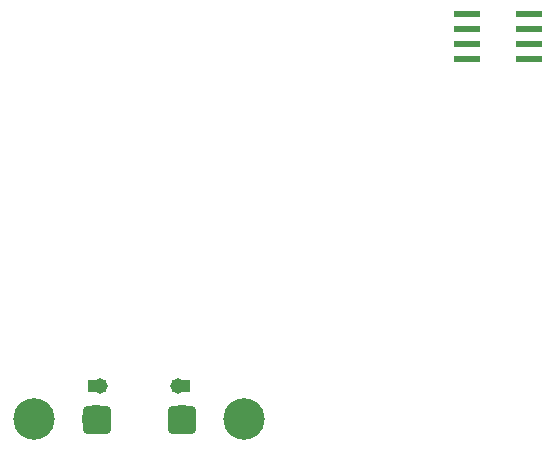
<source format=gtp>
G04 MADE WITH FRITZING*
G04 WWW.FRITZING.ORG*
G04 DOUBLE SIDED*
G04 HOLES PLATED*
G04 CONTOUR ON CENTER OF CONTOUR VECTOR*
%ASAXBY*%
%FSLAX23Y23*%
%MOIN*%
%OFA0B0*%
%SFA1.0B1.0*%
%ADD10C,0.138425*%
%ADD11C,0.095000*%
%ADD12C,0.051496*%
%ADD13R,0.087000X0.024000*%
%ADD14C,0.029783*%
%ADD15R,0.001000X0.001000*%
%LNPASTEMASK1*%
G90*
G70*
G54D10*
X1448Y157D03*
G54D11*
X956Y158D03*
G54D12*
X968Y268D03*
G54D10*
X748Y157D03*
G54D12*
X1228Y268D03*
G54D11*
X1240Y158D03*
G54D13*
X2192Y1507D03*
X2192Y1457D03*
X2192Y1407D03*
X2192Y1357D03*
X2398Y1357D03*
X2398Y1407D03*
X2398Y1457D03*
X2398Y1507D03*
G54D14*
X924Y190D02*
X989Y190D01*
X989Y125D01*
X924Y125D01*
X924Y190D01*
D02*
X1207Y190D02*
X1273Y190D01*
X1273Y125D01*
X1207Y125D01*
X1207Y190D01*
D02*
G54D15*
X927Y288D02*
X961Y288D01*
X974Y288D02*
X988Y288D01*
X1207Y288D02*
X1221Y288D01*
X1234Y288D02*
X1268Y288D01*
X927Y287D02*
X958Y287D01*
X977Y287D02*
X988Y287D01*
X1207Y287D02*
X1218Y287D01*
X1237Y287D02*
X1268Y287D01*
X927Y286D02*
X957Y286D01*
X979Y286D02*
X988Y286D01*
X1207Y286D02*
X1216Y286D01*
X1239Y286D02*
X1268Y286D01*
X927Y285D02*
X955Y285D01*
X980Y285D02*
X988Y285D01*
X1207Y285D02*
X1215Y285D01*
X1240Y285D02*
X1268Y285D01*
X927Y284D02*
X954Y284D01*
X981Y284D02*
X988Y284D01*
X1207Y284D02*
X1214Y284D01*
X1241Y284D02*
X1268Y284D01*
X927Y283D02*
X953Y283D01*
X983Y283D02*
X988Y283D01*
X1207Y283D02*
X1212Y283D01*
X1242Y283D02*
X1268Y283D01*
X927Y282D02*
X952Y282D01*
X984Y282D02*
X988Y282D01*
X1207Y282D02*
X1212Y282D01*
X1243Y282D02*
X1268Y282D01*
X927Y281D02*
X951Y281D01*
X984Y281D02*
X988Y281D01*
X1207Y281D02*
X1211Y281D01*
X1244Y281D02*
X1268Y281D01*
X927Y280D02*
X950Y280D01*
X985Y280D02*
X988Y280D01*
X1207Y280D02*
X1210Y280D01*
X1245Y280D02*
X1268Y280D01*
X927Y279D02*
X949Y279D01*
X986Y279D02*
X988Y279D01*
X1207Y279D02*
X1209Y279D01*
X1246Y279D02*
X1268Y279D01*
X927Y278D02*
X949Y278D01*
X986Y278D02*
X988Y278D01*
X1207Y278D02*
X1209Y278D01*
X1246Y278D02*
X1268Y278D01*
X927Y277D02*
X948Y277D01*
X987Y277D02*
X988Y277D01*
X1207Y277D02*
X1208Y277D01*
X1247Y277D02*
X1268Y277D01*
X927Y276D02*
X948Y276D01*
X987Y276D02*
X988Y276D01*
X1207Y276D02*
X1208Y276D01*
X1247Y276D02*
X1268Y276D01*
X927Y275D02*
X948Y275D01*
X988Y275D02*
X988Y275D01*
X1207Y275D02*
X1207Y275D01*
X1247Y275D02*
X1268Y275D01*
X927Y274D02*
X947Y274D01*
X988Y274D02*
X988Y274D01*
X1207Y274D02*
X1207Y274D01*
X1248Y274D02*
X1268Y274D01*
X927Y273D02*
X947Y273D01*
X988Y273D02*
X988Y273D01*
X1207Y273D02*
X1207Y273D01*
X1248Y273D02*
X1268Y273D01*
X927Y272D02*
X947Y272D01*
X1248Y272D02*
X1268Y272D01*
X927Y271D02*
X947Y271D01*
X1248Y271D02*
X1268Y271D01*
X927Y270D02*
X946Y270D01*
X1249Y270D02*
X1268Y270D01*
X927Y269D02*
X946Y269D01*
X1249Y269D02*
X1268Y269D01*
X927Y268D02*
X946Y268D01*
X1249Y268D02*
X1268Y268D01*
X927Y267D02*
X946Y267D01*
X1249Y267D02*
X1268Y267D01*
X927Y266D02*
X947Y266D01*
X1249Y266D02*
X1268Y266D01*
X927Y265D02*
X947Y265D01*
X1248Y265D02*
X1268Y265D01*
X927Y264D02*
X947Y264D01*
X1248Y264D02*
X1268Y264D01*
X927Y263D02*
X947Y263D01*
X988Y263D02*
X988Y263D01*
X1207Y263D02*
X1207Y263D01*
X1248Y263D02*
X1268Y263D01*
X927Y262D02*
X947Y262D01*
X988Y262D02*
X988Y262D01*
X1207Y262D02*
X1207Y262D01*
X1248Y262D02*
X1268Y262D01*
X927Y261D02*
X948Y261D01*
X988Y261D02*
X988Y261D01*
X1207Y261D02*
X1208Y261D01*
X1247Y261D02*
X1268Y261D01*
X927Y260D02*
X948Y260D01*
X987Y260D02*
X988Y260D01*
X1207Y260D02*
X1208Y260D01*
X1247Y260D02*
X1268Y260D01*
X927Y259D02*
X949Y259D01*
X987Y259D02*
X988Y259D01*
X1207Y259D02*
X1208Y259D01*
X1246Y259D02*
X1268Y259D01*
X927Y258D02*
X949Y258D01*
X986Y258D02*
X988Y258D01*
X1207Y258D02*
X1209Y258D01*
X1246Y258D02*
X1268Y258D01*
X927Y257D02*
X950Y257D01*
X986Y257D02*
X988Y257D01*
X1207Y257D02*
X1210Y257D01*
X1245Y257D02*
X1268Y257D01*
X927Y256D02*
X950Y256D01*
X985Y256D02*
X988Y256D01*
X1207Y256D02*
X1210Y256D01*
X1245Y256D02*
X1268Y256D01*
X927Y255D02*
X951Y255D01*
X984Y255D02*
X988Y255D01*
X1207Y255D02*
X1211Y255D01*
X1244Y255D02*
X1268Y255D01*
X927Y254D02*
X952Y254D01*
X983Y254D02*
X988Y254D01*
X1207Y254D02*
X1212Y254D01*
X1243Y254D02*
X1268Y254D01*
X927Y253D02*
X953Y253D01*
X982Y253D02*
X988Y253D01*
X1207Y253D02*
X1213Y253D01*
X1242Y253D02*
X1268Y253D01*
X927Y252D02*
X954Y252D01*
X981Y252D02*
X988Y252D01*
X1207Y252D02*
X1214Y252D01*
X1241Y252D02*
X1268Y252D01*
X927Y251D02*
X956Y251D01*
X980Y251D02*
X988Y251D01*
X1207Y251D02*
X1215Y251D01*
X1239Y251D02*
X1268Y251D01*
X927Y250D02*
X957Y250D01*
X978Y250D02*
X988Y250D01*
X1207Y250D02*
X1217Y250D01*
X1238Y250D02*
X1268Y250D01*
X927Y249D02*
X959Y249D01*
X976Y249D02*
X988Y249D01*
X1207Y249D02*
X1219Y249D01*
X1236Y249D02*
X1268Y249D01*
X927Y248D02*
X963Y248D01*
X973Y248D02*
X988Y248D01*
X1207Y248D02*
X1222Y248D01*
X1232Y248D02*
X1268Y248D01*
D02*
G04 End of PasteMask1*
M02*
</source>
